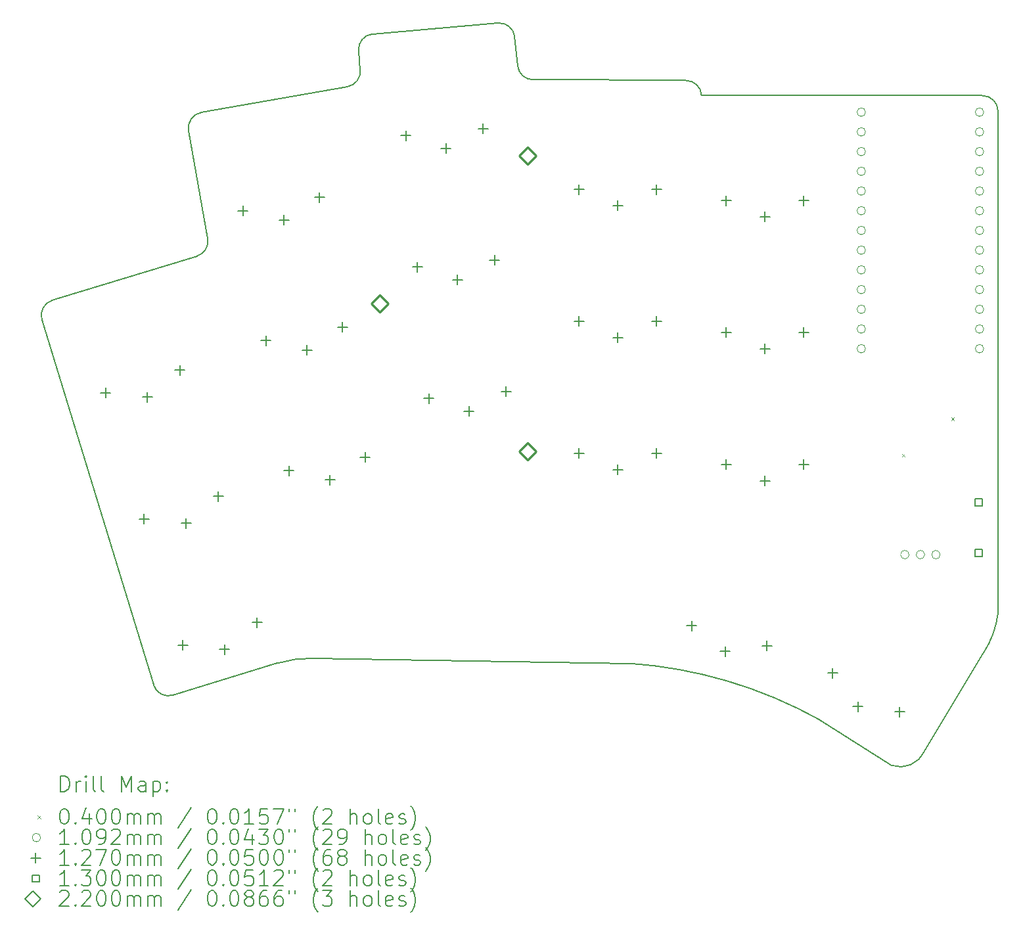
<source format=gbr>
%FSLAX45Y45*%
G04 Gerber Fmt 4.5, Leading zero omitted, Abs format (unit mm)*
G04 Created by KiCad (PCBNEW (6.0.4-0)) date 2022-04-27 15:29:06*
%MOMM*%
%LPD*%
G01*
G04 APERTURE LIST*
%TA.AperFunction,Profile*%
%ADD10C,0.150000*%
%TD*%
%ADD11C,0.200000*%
%ADD12C,0.040000*%
%ADD13C,0.109220*%
%ADD14C,0.127000*%
%ADD15C,0.130000*%
%ADD16C,0.220000*%
G04 APERTURE END LIST*
D10*
X10251727Y11883106D02*
G75*
G03*
X10450959Y11700537I199233J17424D01*
G01*
X8058800Y11611548D02*
G75*
G03*
X8223309Y11825945I-34731J196962D01*
G01*
X16255999Y4318001D02*
G75*
G03*
X16441109Y4826000I-1013319J656969D01*
G01*
X6012082Y11047576D02*
X6257677Y9654738D01*
X11692239Y4180264D02*
X7614896Y4246738D01*
X8383412Y12290698D02*
X9997248Y12431891D01*
X5559296Y3903629D02*
G75*
G03*
X5809038Y3770844I191264J58481D01*
G01*
X5809038Y3770844D02*
X7151887Y4181395D01*
X12620653Y11496648D02*
X14451046Y11496648D01*
X16241109Y11496648D02*
X14451046Y11496648D01*
X10450959Y11700537D02*
X12420716Y11691648D01*
X7614896Y4246737D02*
G75*
G03*
X7151887Y4181395I-24457J-1499797D01*
G01*
X4120834Y8608651D02*
X5559303Y3903631D01*
X10213921Y12250083D02*
G75*
G03*
X9997248Y12431891I-199241J-17433D01*
G01*
X6174314Y11279267D02*
G75*
G03*
X6012083Y11047576I34730J-196961D01*
G01*
X15494000Y3048000D02*
X16256000Y4318000D01*
X14144690Y3452157D02*
G75*
G03*
X11692239Y4180264I-2854290J-5119687D01*
G01*
X15069520Y2866125D02*
X14144690Y3452156D01*
X12620656Y11496648D02*
G75*
G03*
X12420716Y11691648I-199936J-4998D01*
G01*
X15069519Y2866121D02*
G75*
G03*
X15494000Y3048000I112141J324559D01*
G01*
X4253621Y8858386D02*
G75*
G03*
X4120834Y8608650I58475J-191261D01*
G01*
X10213918Y12250083D02*
X10251720Y11883106D01*
X6174314Y11279267D02*
X8058800Y11611553D01*
X6119189Y9428752D02*
G75*
G03*
X6257677Y9654738I-58469J191258D01*
G01*
X8383413Y12290696D02*
G75*
G03*
X8201605Y12074028I17427J-199236D01*
G01*
X4253621Y8858386D02*
X6119190Y9428748D01*
X8223309Y11825945D02*
X8201605Y12074028D01*
X16441108Y11296648D02*
G75*
G03*
X16241109Y11496648I-199998J2D01*
G01*
X16441109Y4826000D02*
X16441109Y11296648D01*
D11*
D12*
X15202220Y6880540D02*
X15242220Y6840540D01*
X15242220Y6880540D02*
X15202220Y6840540D01*
X15837220Y7350440D02*
X15877220Y7310440D01*
X15877220Y7350440D02*
X15837220Y7310440D01*
D13*
X14733719Y11282648D02*
G75*
G03*
X14733719Y11282648I-54610J0D01*
G01*
X14733719Y11028648D02*
G75*
G03*
X14733719Y11028648I-54610J0D01*
G01*
X14733719Y10774648D02*
G75*
G03*
X14733719Y10774648I-54610J0D01*
G01*
X14733719Y10520648D02*
G75*
G03*
X14733719Y10520648I-54610J0D01*
G01*
X14733719Y10266648D02*
G75*
G03*
X14733719Y10266648I-54610J0D01*
G01*
X14733719Y10012648D02*
G75*
G03*
X14733719Y10012648I-54610J0D01*
G01*
X14733719Y9758648D02*
G75*
G03*
X14733719Y9758648I-54610J0D01*
G01*
X14733719Y9504648D02*
G75*
G03*
X14733719Y9504648I-54610J0D01*
G01*
X14733719Y9250648D02*
G75*
G03*
X14733719Y9250648I-54610J0D01*
G01*
X14733719Y8996648D02*
G75*
G03*
X14733719Y8996648I-54610J0D01*
G01*
X14733719Y8742648D02*
G75*
G03*
X14733719Y8742648I-54610J0D01*
G01*
X14733719Y8488648D02*
G75*
G03*
X14733719Y8488648I-54610J0D01*
G01*
X14733719Y8234648D02*
G75*
G03*
X14733719Y8234648I-54610J0D01*
G01*
X15295719Y5581648D02*
G75*
G03*
X15295719Y5581648I-54610J0D01*
G01*
X15495719Y5581648D02*
G75*
G03*
X15495719Y5581648I-54610J0D01*
G01*
X15695719Y5581648D02*
G75*
G03*
X15695719Y5581648I-54610J0D01*
G01*
X16257719Y11282648D02*
G75*
G03*
X16257719Y11282648I-54610J0D01*
G01*
X16257719Y11028648D02*
G75*
G03*
X16257719Y11028648I-54610J0D01*
G01*
X16257719Y10774648D02*
G75*
G03*
X16257719Y10774648I-54610J0D01*
G01*
X16257719Y10520648D02*
G75*
G03*
X16257719Y10520648I-54610J0D01*
G01*
X16257719Y10266648D02*
G75*
G03*
X16257719Y10266648I-54610J0D01*
G01*
X16257719Y10012648D02*
G75*
G03*
X16257719Y10012648I-54610J0D01*
G01*
X16257719Y9758648D02*
G75*
G03*
X16257719Y9758648I-54610J0D01*
G01*
X16257719Y9504648D02*
G75*
G03*
X16257719Y9504648I-54610J0D01*
G01*
X16257719Y9250648D02*
G75*
G03*
X16257719Y9250648I-54610J0D01*
G01*
X16257719Y8996648D02*
G75*
G03*
X16257719Y8996648I-54610J0D01*
G01*
X16257719Y8742648D02*
G75*
G03*
X16257719Y8742648I-54610J0D01*
G01*
X16257719Y8488648D02*
G75*
G03*
X16257719Y8488648I-54610J0D01*
G01*
X16257719Y8234648D02*
G75*
G03*
X16257719Y8234648I-54610J0D01*
G01*
D14*
X4941853Y7731073D02*
X4941853Y7604073D01*
X4878353Y7667573D02*
X5005353Y7667573D01*
X5438885Y6105354D02*
X5438885Y5978354D01*
X5375385Y6041854D02*
X5502385Y6041854D01*
X5481404Y7676434D02*
X5481404Y7549434D01*
X5417904Y7612934D02*
X5544904Y7612934D01*
X5481404Y7676434D02*
X5481404Y7549434D01*
X5417904Y7612934D02*
X5544904Y7612934D01*
X5898158Y8023444D02*
X5898158Y7896444D01*
X5834658Y7959944D02*
X5961658Y7959944D01*
X5935917Y4479636D02*
X5935917Y4352636D01*
X5872417Y4416136D02*
X5999417Y4416136D01*
X5978435Y6050716D02*
X5978435Y5923716D01*
X5914935Y5987216D02*
X6041935Y5987216D01*
X5978435Y6050716D02*
X5978435Y5923716D01*
X5914935Y5987216D02*
X6041935Y5987216D01*
X6395190Y6397726D02*
X6395190Y6270726D01*
X6331690Y6334226D02*
X6458690Y6334226D01*
X6475467Y4424998D02*
X6475467Y4297998D01*
X6411967Y4361498D02*
X6538967Y4361498D01*
X6475467Y4424998D02*
X6475467Y4297998D01*
X6411967Y4361498D02*
X6538967Y4361498D01*
X6712293Y10076956D02*
X6712293Y9949956D01*
X6648793Y10013456D02*
X6775793Y10013456D01*
X6892222Y4772008D02*
X6892222Y4645008D01*
X6828722Y4708508D02*
X6955722Y4708508D01*
X7007495Y8402783D02*
X7007495Y8275782D01*
X6943995Y8339282D02*
X7070995Y8339282D01*
X7241163Y9956970D02*
X7241163Y9829970D01*
X7177663Y9893470D02*
X7304663Y9893470D01*
X7241163Y9956970D02*
X7241163Y9829970D01*
X7177663Y9893470D02*
X7304663Y9893470D01*
X7302697Y6728609D02*
X7302697Y6601609D01*
X7239197Y6665109D02*
X7366197Y6665109D01*
X7536365Y8282797D02*
X7536365Y8155797D01*
X7472865Y8219297D02*
X7599865Y8219297D01*
X7536365Y8282797D02*
X7536365Y8155797D01*
X7472865Y8219297D02*
X7599865Y8219297D01*
X7697101Y10250604D02*
X7697101Y10123604D01*
X7633601Y10187104D02*
X7760601Y10187104D01*
X7831567Y6608624D02*
X7831567Y6481624D01*
X7768067Y6545124D02*
X7895067Y6545124D01*
X7831567Y6608624D02*
X7831567Y6481624D01*
X7768067Y6545124D02*
X7895067Y6545124D01*
X7992303Y8576431D02*
X7992303Y8449431D01*
X7928803Y8512931D02*
X8055803Y8512931D01*
X8287505Y6902257D02*
X8287505Y6775257D01*
X8224005Y6838757D02*
X8351005Y6838757D01*
X8809021Y11046316D02*
X8809021Y10919316D01*
X8745521Y10982816D02*
X8872521Y10982816D01*
X8957186Y9352785D02*
X8957186Y9225785D01*
X8893686Y9289285D02*
X9020686Y9289285D01*
X9105351Y7659254D02*
X9105351Y7532254D01*
X9041851Y7595754D02*
X9168851Y7595754D01*
X9325422Y10880693D02*
X9325422Y10753693D01*
X9261922Y10817193D02*
X9388922Y10817193D01*
X9325422Y10880693D02*
X9325422Y10753693D01*
X9261922Y10817193D02*
X9388922Y10817193D01*
X9473586Y9187162D02*
X9473586Y9060162D01*
X9410086Y9123662D02*
X9537086Y9123662D01*
X9473586Y9187162D02*
X9473586Y9060162D01*
X9410086Y9123662D02*
X9537086Y9123662D01*
X9621751Y7493631D02*
X9621751Y7366631D01*
X9558251Y7430131D02*
X9685251Y7430131D01*
X9621751Y7493631D02*
X9621751Y7366631D01*
X9558251Y7430131D02*
X9685251Y7430131D01*
X9805216Y11133472D02*
X9805216Y11006472D01*
X9741716Y11069972D02*
X9868716Y11069972D01*
X9953381Y9439941D02*
X9953381Y9312941D01*
X9889881Y9376441D02*
X10016881Y9376441D01*
X10101546Y7746410D02*
X10101546Y7619410D01*
X10038046Y7682910D02*
X10165046Y7682910D01*
X11041109Y10352102D02*
X11041109Y10225102D01*
X10977609Y10288602D02*
X11104609Y10288602D01*
X11041109Y8652102D02*
X11041109Y8525102D01*
X10977609Y8588602D02*
X11104609Y8588602D01*
X11041109Y6952102D02*
X11041109Y6825102D01*
X10977609Y6888602D02*
X11104609Y6888602D01*
X11541109Y10142102D02*
X11541109Y10015102D01*
X11477609Y10078602D02*
X11604609Y10078602D01*
X11541109Y10142102D02*
X11541109Y10015102D01*
X11477609Y10078602D02*
X11604609Y10078602D01*
X11541109Y8442102D02*
X11541109Y8315102D01*
X11477609Y8378602D02*
X11604609Y8378602D01*
X11541109Y8442102D02*
X11541109Y8315102D01*
X11477609Y8378602D02*
X11604609Y8378602D01*
X11541109Y6742102D02*
X11541109Y6615102D01*
X11477609Y6678602D02*
X11604609Y6678602D01*
X11541109Y6742102D02*
X11541109Y6615102D01*
X11477609Y6678602D02*
X11604609Y6678602D01*
X12041109Y10352102D02*
X12041109Y10225102D01*
X11977609Y10288602D02*
X12104609Y10288602D01*
X12041109Y8652102D02*
X12041109Y8525102D01*
X11977609Y8588602D02*
X12104609Y8588602D01*
X12041109Y6952102D02*
X12041109Y6825102D01*
X11977609Y6888602D02*
X12104609Y6888602D01*
X12496074Y4729732D02*
X12496074Y4602732D01*
X12432574Y4666232D02*
X12559574Y4666232D01*
X12924685Y4397478D02*
X12924685Y4270478D01*
X12861185Y4333978D02*
X12988185Y4333978D01*
X12924685Y4397478D02*
X12924685Y4270478D01*
X12861185Y4333978D02*
X12988185Y4333978D01*
X12937776Y10208129D02*
X12937776Y10081129D01*
X12874276Y10144629D02*
X13001276Y10144629D01*
X12937776Y8508129D02*
X12937776Y8381129D01*
X12874276Y8444629D02*
X13001276Y8444629D01*
X12937776Y6808129D02*
X12937776Y6681129D01*
X12874276Y6744629D02*
X13001276Y6744629D01*
X13437776Y9998129D02*
X13437776Y9871129D01*
X13374276Y9934629D02*
X13501276Y9934629D01*
X13437776Y9998129D02*
X13437776Y9871129D01*
X13374276Y9934629D02*
X13501276Y9934629D01*
X13437776Y8298129D02*
X13437776Y8171129D01*
X13374276Y8234629D02*
X13501276Y8234629D01*
X13437776Y8298129D02*
X13437776Y8171129D01*
X13374276Y8234629D02*
X13501276Y8234629D01*
X13437776Y6598129D02*
X13437776Y6471129D01*
X13374276Y6534629D02*
X13501276Y6534629D01*
X13437776Y6598129D02*
X13437776Y6471129D01*
X13374276Y6534629D02*
X13501276Y6534629D01*
X13462000Y4470913D02*
X13462000Y4343913D01*
X13398500Y4407413D02*
X13525500Y4407413D01*
X13937776Y10208129D02*
X13937776Y10081129D01*
X13874276Y10144629D02*
X14001276Y10144629D01*
X13937776Y8508129D02*
X13937776Y8381129D01*
X13874276Y8444629D02*
X14001276Y8444629D01*
X13937776Y6808129D02*
X13937776Y6681129D01*
X13874276Y6744629D02*
X14001276Y6744629D01*
X14308135Y4120432D02*
X14308135Y3993432D01*
X14244635Y4056932D02*
X14371635Y4056932D01*
X14636148Y3688566D02*
X14636148Y3561566D01*
X14572648Y3625066D02*
X14699648Y3625066D01*
X14636148Y3688566D02*
X14636148Y3561566D01*
X14572648Y3625066D02*
X14699648Y3625066D01*
X15174161Y3620432D02*
X15174161Y3493432D01*
X15110661Y3556932D02*
X15237661Y3556932D01*
D15*
X16237071Y6210686D02*
X16237071Y6302611D01*
X16145146Y6302611D01*
X16145146Y6210686D01*
X16237071Y6210686D01*
X16237071Y5560686D02*
X16237071Y5652611D01*
X16145146Y5652611D01*
X16145146Y5560686D01*
X16237071Y5560686D01*
D16*
X8474722Y8704143D02*
X8584722Y8814143D01*
X8474722Y8924143D01*
X8364722Y8814143D01*
X8474722Y8704143D01*
X10379722Y10609143D02*
X10489722Y10719143D01*
X10379722Y10829143D01*
X10269722Y10719143D01*
X10379722Y10609143D01*
X10379722Y6799143D02*
X10489722Y6909143D01*
X10379722Y7019143D01*
X10269722Y6909143D01*
X10379722Y6799143D01*
D11*
X4362214Y2529318D02*
X4362214Y2729318D01*
X4409833Y2729318D01*
X4438405Y2719794D01*
X4457452Y2700746D01*
X4466976Y2681699D01*
X4476500Y2643604D01*
X4476500Y2615032D01*
X4466976Y2576937D01*
X4457452Y2557889D01*
X4438405Y2538842D01*
X4409833Y2529318D01*
X4362214Y2529318D01*
X4562214Y2529318D02*
X4562214Y2662651D01*
X4562214Y2624556D02*
X4571738Y2643604D01*
X4581262Y2653127D01*
X4600309Y2662651D01*
X4619357Y2662651D01*
X4686024Y2529318D02*
X4686024Y2662651D01*
X4686024Y2729318D02*
X4676500Y2719794D01*
X4686024Y2710270D01*
X4695547Y2719794D01*
X4686024Y2729318D01*
X4686024Y2710270D01*
X4809833Y2529318D02*
X4790785Y2538842D01*
X4781262Y2557889D01*
X4781262Y2729318D01*
X4914595Y2529318D02*
X4895547Y2538842D01*
X4886024Y2557889D01*
X4886024Y2729318D01*
X5143166Y2529318D02*
X5143166Y2729318D01*
X5209833Y2586461D01*
X5276500Y2729318D01*
X5276500Y2529318D01*
X5457452Y2529318D02*
X5457452Y2634080D01*
X5447928Y2653127D01*
X5428881Y2662651D01*
X5390785Y2662651D01*
X5371738Y2653127D01*
X5457452Y2538842D02*
X5438405Y2529318D01*
X5390785Y2529318D01*
X5371738Y2538842D01*
X5362214Y2557889D01*
X5362214Y2576937D01*
X5371738Y2595985D01*
X5390785Y2605508D01*
X5438405Y2605508D01*
X5457452Y2615032D01*
X5552690Y2662651D02*
X5552690Y2462651D01*
X5552690Y2653127D02*
X5571738Y2662651D01*
X5609833Y2662651D01*
X5628881Y2653127D01*
X5638404Y2643604D01*
X5647928Y2624556D01*
X5647928Y2567413D01*
X5638404Y2548366D01*
X5628881Y2538842D01*
X5609833Y2529318D01*
X5571738Y2529318D01*
X5552690Y2538842D01*
X5733643Y2548366D02*
X5743166Y2538842D01*
X5733643Y2529318D01*
X5724119Y2538842D01*
X5733643Y2548366D01*
X5733643Y2529318D01*
X5733643Y2653127D02*
X5743166Y2643604D01*
X5733643Y2634080D01*
X5724119Y2643604D01*
X5733643Y2653127D01*
X5733643Y2634080D01*
D12*
X4064595Y2219794D02*
X4104595Y2179794D01*
X4104595Y2219794D02*
X4064595Y2179794D01*
D11*
X4400309Y2309318D02*
X4419357Y2309318D01*
X4438405Y2299794D01*
X4447928Y2290270D01*
X4457452Y2271223D01*
X4466976Y2233127D01*
X4466976Y2185508D01*
X4457452Y2147413D01*
X4447928Y2128366D01*
X4438405Y2118842D01*
X4419357Y2109318D01*
X4400309Y2109318D01*
X4381262Y2118842D01*
X4371738Y2128366D01*
X4362214Y2147413D01*
X4352690Y2185508D01*
X4352690Y2233127D01*
X4362214Y2271223D01*
X4371738Y2290270D01*
X4381262Y2299794D01*
X4400309Y2309318D01*
X4552690Y2128366D02*
X4562214Y2118842D01*
X4552690Y2109318D01*
X4543166Y2118842D01*
X4552690Y2128366D01*
X4552690Y2109318D01*
X4733643Y2242651D02*
X4733643Y2109318D01*
X4686024Y2318842D02*
X4638405Y2175985D01*
X4762214Y2175985D01*
X4876500Y2309318D02*
X4895547Y2309318D01*
X4914595Y2299794D01*
X4924119Y2290270D01*
X4933643Y2271223D01*
X4943166Y2233127D01*
X4943166Y2185508D01*
X4933643Y2147413D01*
X4924119Y2128366D01*
X4914595Y2118842D01*
X4895547Y2109318D01*
X4876500Y2109318D01*
X4857452Y2118842D01*
X4847928Y2128366D01*
X4838405Y2147413D01*
X4828881Y2185508D01*
X4828881Y2233127D01*
X4838405Y2271223D01*
X4847928Y2290270D01*
X4857452Y2299794D01*
X4876500Y2309318D01*
X5066976Y2309318D02*
X5086024Y2309318D01*
X5105071Y2299794D01*
X5114595Y2290270D01*
X5124119Y2271223D01*
X5133643Y2233127D01*
X5133643Y2185508D01*
X5124119Y2147413D01*
X5114595Y2128366D01*
X5105071Y2118842D01*
X5086024Y2109318D01*
X5066976Y2109318D01*
X5047928Y2118842D01*
X5038405Y2128366D01*
X5028881Y2147413D01*
X5019357Y2185508D01*
X5019357Y2233127D01*
X5028881Y2271223D01*
X5038405Y2290270D01*
X5047928Y2299794D01*
X5066976Y2309318D01*
X5219357Y2109318D02*
X5219357Y2242651D01*
X5219357Y2223604D02*
X5228881Y2233127D01*
X5247928Y2242651D01*
X5276500Y2242651D01*
X5295547Y2233127D01*
X5305071Y2214080D01*
X5305071Y2109318D01*
X5305071Y2214080D02*
X5314595Y2233127D01*
X5333643Y2242651D01*
X5362214Y2242651D01*
X5381262Y2233127D01*
X5390785Y2214080D01*
X5390785Y2109318D01*
X5486024Y2109318D02*
X5486024Y2242651D01*
X5486024Y2223604D02*
X5495547Y2233127D01*
X5514595Y2242651D01*
X5543166Y2242651D01*
X5562214Y2233127D01*
X5571738Y2214080D01*
X5571738Y2109318D01*
X5571738Y2214080D02*
X5581262Y2233127D01*
X5600309Y2242651D01*
X5628881Y2242651D01*
X5647928Y2233127D01*
X5657452Y2214080D01*
X5657452Y2109318D01*
X6047928Y2318842D02*
X5876500Y2061699D01*
X6305071Y2309318D02*
X6324119Y2309318D01*
X6343166Y2299794D01*
X6352690Y2290270D01*
X6362214Y2271223D01*
X6371738Y2233127D01*
X6371738Y2185508D01*
X6362214Y2147413D01*
X6352690Y2128366D01*
X6343166Y2118842D01*
X6324119Y2109318D01*
X6305071Y2109318D01*
X6286023Y2118842D01*
X6276500Y2128366D01*
X6266976Y2147413D01*
X6257452Y2185508D01*
X6257452Y2233127D01*
X6266976Y2271223D01*
X6276500Y2290270D01*
X6286023Y2299794D01*
X6305071Y2309318D01*
X6457452Y2128366D02*
X6466976Y2118842D01*
X6457452Y2109318D01*
X6447928Y2118842D01*
X6457452Y2128366D01*
X6457452Y2109318D01*
X6590785Y2309318D02*
X6609833Y2309318D01*
X6628881Y2299794D01*
X6638404Y2290270D01*
X6647928Y2271223D01*
X6657452Y2233127D01*
X6657452Y2185508D01*
X6647928Y2147413D01*
X6638404Y2128366D01*
X6628881Y2118842D01*
X6609833Y2109318D01*
X6590785Y2109318D01*
X6571738Y2118842D01*
X6562214Y2128366D01*
X6552690Y2147413D01*
X6543166Y2185508D01*
X6543166Y2233127D01*
X6552690Y2271223D01*
X6562214Y2290270D01*
X6571738Y2299794D01*
X6590785Y2309318D01*
X6847928Y2109318D02*
X6733643Y2109318D01*
X6790785Y2109318D02*
X6790785Y2309318D01*
X6771738Y2280746D01*
X6752690Y2261699D01*
X6733643Y2252175D01*
X7028881Y2309318D02*
X6933643Y2309318D01*
X6924119Y2214080D01*
X6933643Y2223604D01*
X6952690Y2233127D01*
X7000309Y2233127D01*
X7019357Y2223604D01*
X7028881Y2214080D01*
X7038404Y2195032D01*
X7038404Y2147413D01*
X7028881Y2128366D01*
X7019357Y2118842D01*
X7000309Y2109318D01*
X6952690Y2109318D01*
X6933643Y2118842D01*
X6924119Y2128366D01*
X7105071Y2309318D02*
X7238404Y2309318D01*
X7152690Y2109318D01*
X7305071Y2309318D02*
X7305071Y2271223D01*
X7381262Y2309318D02*
X7381262Y2271223D01*
X7676500Y2033127D02*
X7666976Y2042651D01*
X7647928Y2071223D01*
X7638404Y2090270D01*
X7628881Y2118842D01*
X7619357Y2166461D01*
X7619357Y2204556D01*
X7628881Y2252175D01*
X7638404Y2280746D01*
X7647928Y2299794D01*
X7666976Y2328366D01*
X7676500Y2337889D01*
X7743166Y2290270D02*
X7752690Y2299794D01*
X7771738Y2309318D01*
X7819357Y2309318D01*
X7838404Y2299794D01*
X7847928Y2290270D01*
X7857452Y2271223D01*
X7857452Y2252175D01*
X7847928Y2223604D01*
X7733643Y2109318D01*
X7857452Y2109318D01*
X8095547Y2109318D02*
X8095547Y2309318D01*
X8181262Y2109318D02*
X8181262Y2214080D01*
X8171738Y2233127D01*
X8152690Y2242651D01*
X8124119Y2242651D01*
X8105071Y2233127D01*
X8095547Y2223604D01*
X8305071Y2109318D02*
X8286023Y2118842D01*
X8276500Y2128366D01*
X8266976Y2147413D01*
X8266976Y2204556D01*
X8276500Y2223604D01*
X8286023Y2233127D01*
X8305071Y2242651D01*
X8333643Y2242651D01*
X8352690Y2233127D01*
X8362214Y2223604D01*
X8371738Y2204556D01*
X8371738Y2147413D01*
X8362214Y2128366D01*
X8352690Y2118842D01*
X8333643Y2109318D01*
X8305071Y2109318D01*
X8486024Y2109318D02*
X8466976Y2118842D01*
X8457452Y2137889D01*
X8457452Y2309318D01*
X8638405Y2118842D02*
X8619357Y2109318D01*
X8581262Y2109318D01*
X8562214Y2118842D01*
X8552690Y2137889D01*
X8552690Y2214080D01*
X8562214Y2233127D01*
X8581262Y2242651D01*
X8619357Y2242651D01*
X8638405Y2233127D01*
X8647928Y2214080D01*
X8647928Y2195032D01*
X8552690Y2175985D01*
X8724119Y2118842D02*
X8743166Y2109318D01*
X8781262Y2109318D01*
X8800309Y2118842D01*
X8809833Y2137889D01*
X8809833Y2147413D01*
X8800309Y2166461D01*
X8781262Y2175985D01*
X8752690Y2175985D01*
X8733643Y2185508D01*
X8724119Y2204556D01*
X8724119Y2214080D01*
X8733643Y2233127D01*
X8752690Y2242651D01*
X8781262Y2242651D01*
X8800309Y2233127D01*
X8876500Y2033127D02*
X8886024Y2042651D01*
X8905071Y2071223D01*
X8914595Y2090270D01*
X8924119Y2118842D01*
X8933643Y2166461D01*
X8933643Y2204556D01*
X8924119Y2252175D01*
X8914595Y2280746D01*
X8905071Y2299794D01*
X8886024Y2328366D01*
X8876500Y2337889D01*
D13*
X4104595Y1935794D02*
G75*
G03*
X4104595Y1935794I-54610J0D01*
G01*
D11*
X4466976Y1845318D02*
X4352690Y1845318D01*
X4409833Y1845318D02*
X4409833Y2045318D01*
X4390785Y2016746D01*
X4371738Y1997699D01*
X4352690Y1988175D01*
X4552690Y1864365D02*
X4562214Y1854842D01*
X4552690Y1845318D01*
X4543166Y1854842D01*
X4552690Y1864365D01*
X4552690Y1845318D01*
X4686024Y2045318D02*
X4705071Y2045318D01*
X4724119Y2035794D01*
X4733643Y2026270D01*
X4743166Y2007223D01*
X4752690Y1969127D01*
X4752690Y1921508D01*
X4743166Y1883413D01*
X4733643Y1864365D01*
X4724119Y1854842D01*
X4705071Y1845318D01*
X4686024Y1845318D01*
X4666976Y1854842D01*
X4657452Y1864365D01*
X4647928Y1883413D01*
X4638405Y1921508D01*
X4638405Y1969127D01*
X4647928Y2007223D01*
X4657452Y2026270D01*
X4666976Y2035794D01*
X4686024Y2045318D01*
X4847928Y1845318D02*
X4886024Y1845318D01*
X4905071Y1854842D01*
X4914595Y1864365D01*
X4933643Y1892937D01*
X4943166Y1931032D01*
X4943166Y2007223D01*
X4933643Y2026270D01*
X4924119Y2035794D01*
X4905071Y2045318D01*
X4866976Y2045318D01*
X4847928Y2035794D01*
X4838405Y2026270D01*
X4828881Y2007223D01*
X4828881Y1959604D01*
X4838405Y1940556D01*
X4847928Y1931032D01*
X4866976Y1921508D01*
X4905071Y1921508D01*
X4924119Y1931032D01*
X4933643Y1940556D01*
X4943166Y1959604D01*
X5019357Y2026270D02*
X5028881Y2035794D01*
X5047928Y2045318D01*
X5095547Y2045318D01*
X5114595Y2035794D01*
X5124119Y2026270D01*
X5133643Y2007223D01*
X5133643Y1988175D01*
X5124119Y1959604D01*
X5009833Y1845318D01*
X5133643Y1845318D01*
X5219357Y1845318D02*
X5219357Y1978651D01*
X5219357Y1959604D02*
X5228881Y1969127D01*
X5247928Y1978651D01*
X5276500Y1978651D01*
X5295547Y1969127D01*
X5305071Y1950080D01*
X5305071Y1845318D01*
X5305071Y1950080D02*
X5314595Y1969127D01*
X5333643Y1978651D01*
X5362214Y1978651D01*
X5381262Y1969127D01*
X5390785Y1950080D01*
X5390785Y1845318D01*
X5486024Y1845318D02*
X5486024Y1978651D01*
X5486024Y1959604D02*
X5495547Y1969127D01*
X5514595Y1978651D01*
X5543166Y1978651D01*
X5562214Y1969127D01*
X5571738Y1950080D01*
X5571738Y1845318D01*
X5571738Y1950080D02*
X5581262Y1969127D01*
X5600309Y1978651D01*
X5628881Y1978651D01*
X5647928Y1969127D01*
X5657452Y1950080D01*
X5657452Y1845318D01*
X6047928Y2054842D02*
X5876500Y1797699D01*
X6305071Y2045318D02*
X6324119Y2045318D01*
X6343166Y2035794D01*
X6352690Y2026270D01*
X6362214Y2007223D01*
X6371738Y1969127D01*
X6371738Y1921508D01*
X6362214Y1883413D01*
X6352690Y1864365D01*
X6343166Y1854842D01*
X6324119Y1845318D01*
X6305071Y1845318D01*
X6286023Y1854842D01*
X6276500Y1864365D01*
X6266976Y1883413D01*
X6257452Y1921508D01*
X6257452Y1969127D01*
X6266976Y2007223D01*
X6276500Y2026270D01*
X6286023Y2035794D01*
X6305071Y2045318D01*
X6457452Y1864365D02*
X6466976Y1854842D01*
X6457452Y1845318D01*
X6447928Y1854842D01*
X6457452Y1864365D01*
X6457452Y1845318D01*
X6590785Y2045318D02*
X6609833Y2045318D01*
X6628881Y2035794D01*
X6638404Y2026270D01*
X6647928Y2007223D01*
X6657452Y1969127D01*
X6657452Y1921508D01*
X6647928Y1883413D01*
X6638404Y1864365D01*
X6628881Y1854842D01*
X6609833Y1845318D01*
X6590785Y1845318D01*
X6571738Y1854842D01*
X6562214Y1864365D01*
X6552690Y1883413D01*
X6543166Y1921508D01*
X6543166Y1969127D01*
X6552690Y2007223D01*
X6562214Y2026270D01*
X6571738Y2035794D01*
X6590785Y2045318D01*
X6828881Y1978651D02*
X6828881Y1845318D01*
X6781262Y2054842D02*
X6733643Y1911984D01*
X6857452Y1911984D01*
X6914595Y2045318D02*
X7038404Y2045318D01*
X6971738Y1969127D01*
X7000309Y1969127D01*
X7019357Y1959604D01*
X7028881Y1950080D01*
X7038404Y1931032D01*
X7038404Y1883413D01*
X7028881Y1864365D01*
X7019357Y1854842D01*
X7000309Y1845318D01*
X6943166Y1845318D01*
X6924119Y1854842D01*
X6914595Y1864365D01*
X7162214Y2045318D02*
X7181262Y2045318D01*
X7200309Y2035794D01*
X7209833Y2026270D01*
X7219357Y2007223D01*
X7228881Y1969127D01*
X7228881Y1921508D01*
X7219357Y1883413D01*
X7209833Y1864365D01*
X7200309Y1854842D01*
X7181262Y1845318D01*
X7162214Y1845318D01*
X7143166Y1854842D01*
X7133643Y1864365D01*
X7124119Y1883413D01*
X7114595Y1921508D01*
X7114595Y1969127D01*
X7124119Y2007223D01*
X7133643Y2026270D01*
X7143166Y2035794D01*
X7162214Y2045318D01*
X7305071Y2045318D02*
X7305071Y2007223D01*
X7381262Y2045318D02*
X7381262Y2007223D01*
X7676500Y1769127D02*
X7666976Y1778651D01*
X7647928Y1807223D01*
X7638404Y1826270D01*
X7628881Y1854842D01*
X7619357Y1902461D01*
X7619357Y1940556D01*
X7628881Y1988175D01*
X7638404Y2016746D01*
X7647928Y2035794D01*
X7666976Y2064365D01*
X7676500Y2073889D01*
X7743166Y2026270D02*
X7752690Y2035794D01*
X7771738Y2045318D01*
X7819357Y2045318D01*
X7838404Y2035794D01*
X7847928Y2026270D01*
X7857452Y2007223D01*
X7857452Y1988175D01*
X7847928Y1959604D01*
X7733643Y1845318D01*
X7857452Y1845318D01*
X7952690Y1845318D02*
X7990785Y1845318D01*
X8009833Y1854842D01*
X8019357Y1864365D01*
X8038404Y1892937D01*
X8047928Y1931032D01*
X8047928Y2007223D01*
X8038404Y2026270D01*
X8028881Y2035794D01*
X8009833Y2045318D01*
X7971738Y2045318D01*
X7952690Y2035794D01*
X7943166Y2026270D01*
X7933643Y2007223D01*
X7933643Y1959604D01*
X7943166Y1940556D01*
X7952690Y1931032D01*
X7971738Y1921508D01*
X8009833Y1921508D01*
X8028881Y1931032D01*
X8038404Y1940556D01*
X8047928Y1959604D01*
X8286023Y1845318D02*
X8286023Y2045318D01*
X8371738Y1845318D02*
X8371738Y1950080D01*
X8362214Y1969127D01*
X8343166Y1978651D01*
X8314595Y1978651D01*
X8295547Y1969127D01*
X8286023Y1959604D01*
X8495547Y1845318D02*
X8476500Y1854842D01*
X8466976Y1864365D01*
X8457452Y1883413D01*
X8457452Y1940556D01*
X8466976Y1959604D01*
X8476500Y1969127D01*
X8495547Y1978651D01*
X8524119Y1978651D01*
X8543166Y1969127D01*
X8552690Y1959604D01*
X8562214Y1940556D01*
X8562214Y1883413D01*
X8552690Y1864365D01*
X8543166Y1854842D01*
X8524119Y1845318D01*
X8495547Y1845318D01*
X8676500Y1845318D02*
X8657452Y1854842D01*
X8647928Y1873889D01*
X8647928Y2045318D01*
X8828881Y1854842D02*
X8809833Y1845318D01*
X8771738Y1845318D01*
X8752690Y1854842D01*
X8743166Y1873889D01*
X8743166Y1950080D01*
X8752690Y1969127D01*
X8771738Y1978651D01*
X8809833Y1978651D01*
X8828881Y1969127D01*
X8838405Y1950080D01*
X8838405Y1931032D01*
X8743166Y1911984D01*
X8914595Y1854842D02*
X8933643Y1845318D01*
X8971738Y1845318D01*
X8990785Y1854842D01*
X9000309Y1873889D01*
X9000309Y1883413D01*
X8990785Y1902461D01*
X8971738Y1911984D01*
X8943166Y1911984D01*
X8924119Y1921508D01*
X8914595Y1940556D01*
X8914595Y1950080D01*
X8924119Y1969127D01*
X8943166Y1978651D01*
X8971738Y1978651D01*
X8990785Y1969127D01*
X9066976Y1769127D02*
X9076500Y1778651D01*
X9095547Y1807223D01*
X9105071Y1826270D01*
X9114595Y1854842D01*
X9124119Y1902461D01*
X9124119Y1940556D01*
X9114595Y1988175D01*
X9105071Y2016746D01*
X9095547Y2035794D01*
X9076500Y2064365D01*
X9066976Y2073889D01*
D14*
X4041095Y1735294D02*
X4041095Y1608294D01*
X3977595Y1671794D02*
X4104595Y1671794D01*
D11*
X4466976Y1581318D02*
X4352690Y1581318D01*
X4409833Y1581318D02*
X4409833Y1781318D01*
X4390785Y1752746D01*
X4371738Y1733699D01*
X4352690Y1724175D01*
X4552690Y1600365D02*
X4562214Y1590842D01*
X4552690Y1581318D01*
X4543166Y1590842D01*
X4552690Y1600365D01*
X4552690Y1581318D01*
X4638405Y1762270D02*
X4647928Y1771794D01*
X4666976Y1781318D01*
X4714595Y1781318D01*
X4733643Y1771794D01*
X4743166Y1762270D01*
X4752690Y1743223D01*
X4752690Y1724175D01*
X4743166Y1695604D01*
X4628881Y1581318D01*
X4752690Y1581318D01*
X4819357Y1781318D02*
X4952690Y1781318D01*
X4866976Y1581318D01*
X5066976Y1781318D02*
X5086024Y1781318D01*
X5105071Y1771794D01*
X5114595Y1762270D01*
X5124119Y1743223D01*
X5133643Y1705127D01*
X5133643Y1657508D01*
X5124119Y1619413D01*
X5114595Y1600365D01*
X5105071Y1590842D01*
X5086024Y1581318D01*
X5066976Y1581318D01*
X5047928Y1590842D01*
X5038405Y1600365D01*
X5028881Y1619413D01*
X5019357Y1657508D01*
X5019357Y1705127D01*
X5028881Y1743223D01*
X5038405Y1762270D01*
X5047928Y1771794D01*
X5066976Y1781318D01*
X5219357Y1581318D02*
X5219357Y1714651D01*
X5219357Y1695604D02*
X5228881Y1705127D01*
X5247928Y1714651D01*
X5276500Y1714651D01*
X5295547Y1705127D01*
X5305071Y1686080D01*
X5305071Y1581318D01*
X5305071Y1686080D02*
X5314595Y1705127D01*
X5333643Y1714651D01*
X5362214Y1714651D01*
X5381262Y1705127D01*
X5390785Y1686080D01*
X5390785Y1581318D01*
X5486024Y1581318D02*
X5486024Y1714651D01*
X5486024Y1695604D02*
X5495547Y1705127D01*
X5514595Y1714651D01*
X5543166Y1714651D01*
X5562214Y1705127D01*
X5571738Y1686080D01*
X5571738Y1581318D01*
X5571738Y1686080D02*
X5581262Y1705127D01*
X5600309Y1714651D01*
X5628881Y1714651D01*
X5647928Y1705127D01*
X5657452Y1686080D01*
X5657452Y1581318D01*
X6047928Y1790842D02*
X5876500Y1533699D01*
X6305071Y1781318D02*
X6324119Y1781318D01*
X6343166Y1771794D01*
X6352690Y1762270D01*
X6362214Y1743223D01*
X6371738Y1705127D01*
X6371738Y1657508D01*
X6362214Y1619413D01*
X6352690Y1600365D01*
X6343166Y1590842D01*
X6324119Y1581318D01*
X6305071Y1581318D01*
X6286023Y1590842D01*
X6276500Y1600365D01*
X6266976Y1619413D01*
X6257452Y1657508D01*
X6257452Y1705127D01*
X6266976Y1743223D01*
X6276500Y1762270D01*
X6286023Y1771794D01*
X6305071Y1781318D01*
X6457452Y1600365D02*
X6466976Y1590842D01*
X6457452Y1581318D01*
X6447928Y1590842D01*
X6457452Y1600365D01*
X6457452Y1581318D01*
X6590785Y1781318D02*
X6609833Y1781318D01*
X6628881Y1771794D01*
X6638404Y1762270D01*
X6647928Y1743223D01*
X6657452Y1705127D01*
X6657452Y1657508D01*
X6647928Y1619413D01*
X6638404Y1600365D01*
X6628881Y1590842D01*
X6609833Y1581318D01*
X6590785Y1581318D01*
X6571738Y1590842D01*
X6562214Y1600365D01*
X6552690Y1619413D01*
X6543166Y1657508D01*
X6543166Y1705127D01*
X6552690Y1743223D01*
X6562214Y1762270D01*
X6571738Y1771794D01*
X6590785Y1781318D01*
X6838404Y1781318D02*
X6743166Y1781318D01*
X6733643Y1686080D01*
X6743166Y1695604D01*
X6762214Y1705127D01*
X6809833Y1705127D01*
X6828881Y1695604D01*
X6838404Y1686080D01*
X6847928Y1667032D01*
X6847928Y1619413D01*
X6838404Y1600365D01*
X6828881Y1590842D01*
X6809833Y1581318D01*
X6762214Y1581318D01*
X6743166Y1590842D01*
X6733643Y1600365D01*
X6971738Y1781318D02*
X6990785Y1781318D01*
X7009833Y1771794D01*
X7019357Y1762270D01*
X7028881Y1743223D01*
X7038404Y1705127D01*
X7038404Y1657508D01*
X7028881Y1619413D01*
X7019357Y1600365D01*
X7009833Y1590842D01*
X6990785Y1581318D01*
X6971738Y1581318D01*
X6952690Y1590842D01*
X6943166Y1600365D01*
X6933643Y1619413D01*
X6924119Y1657508D01*
X6924119Y1705127D01*
X6933643Y1743223D01*
X6943166Y1762270D01*
X6952690Y1771794D01*
X6971738Y1781318D01*
X7162214Y1781318D02*
X7181262Y1781318D01*
X7200309Y1771794D01*
X7209833Y1762270D01*
X7219357Y1743223D01*
X7228881Y1705127D01*
X7228881Y1657508D01*
X7219357Y1619413D01*
X7209833Y1600365D01*
X7200309Y1590842D01*
X7181262Y1581318D01*
X7162214Y1581318D01*
X7143166Y1590842D01*
X7133643Y1600365D01*
X7124119Y1619413D01*
X7114595Y1657508D01*
X7114595Y1705127D01*
X7124119Y1743223D01*
X7133643Y1762270D01*
X7143166Y1771794D01*
X7162214Y1781318D01*
X7305071Y1781318D02*
X7305071Y1743223D01*
X7381262Y1781318D02*
X7381262Y1743223D01*
X7676500Y1505127D02*
X7666976Y1514651D01*
X7647928Y1543223D01*
X7638404Y1562270D01*
X7628881Y1590842D01*
X7619357Y1638461D01*
X7619357Y1676556D01*
X7628881Y1724175D01*
X7638404Y1752746D01*
X7647928Y1771794D01*
X7666976Y1800365D01*
X7676500Y1809889D01*
X7838404Y1781318D02*
X7800309Y1781318D01*
X7781262Y1771794D01*
X7771738Y1762270D01*
X7752690Y1733699D01*
X7743166Y1695604D01*
X7743166Y1619413D01*
X7752690Y1600365D01*
X7762214Y1590842D01*
X7781262Y1581318D01*
X7819357Y1581318D01*
X7838404Y1590842D01*
X7847928Y1600365D01*
X7857452Y1619413D01*
X7857452Y1667032D01*
X7847928Y1686080D01*
X7838404Y1695604D01*
X7819357Y1705127D01*
X7781262Y1705127D01*
X7762214Y1695604D01*
X7752690Y1686080D01*
X7743166Y1667032D01*
X7971738Y1695604D02*
X7952690Y1705127D01*
X7943166Y1714651D01*
X7933643Y1733699D01*
X7933643Y1743223D01*
X7943166Y1762270D01*
X7952690Y1771794D01*
X7971738Y1781318D01*
X8009833Y1781318D01*
X8028881Y1771794D01*
X8038404Y1762270D01*
X8047928Y1743223D01*
X8047928Y1733699D01*
X8038404Y1714651D01*
X8028881Y1705127D01*
X8009833Y1695604D01*
X7971738Y1695604D01*
X7952690Y1686080D01*
X7943166Y1676556D01*
X7933643Y1657508D01*
X7933643Y1619413D01*
X7943166Y1600365D01*
X7952690Y1590842D01*
X7971738Y1581318D01*
X8009833Y1581318D01*
X8028881Y1590842D01*
X8038404Y1600365D01*
X8047928Y1619413D01*
X8047928Y1657508D01*
X8038404Y1676556D01*
X8028881Y1686080D01*
X8009833Y1695604D01*
X8286023Y1581318D02*
X8286023Y1781318D01*
X8371738Y1581318D02*
X8371738Y1686080D01*
X8362214Y1705127D01*
X8343166Y1714651D01*
X8314595Y1714651D01*
X8295547Y1705127D01*
X8286023Y1695604D01*
X8495547Y1581318D02*
X8476500Y1590842D01*
X8466976Y1600365D01*
X8457452Y1619413D01*
X8457452Y1676556D01*
X8466976Y1695604D01*
X8476500Y1705127D01*
X8495547Y1714651D01*
X8524119Y1714651D01*
X8543166Y1705127D01*
X8552690Y1695604D01*
X8562214Y1676556D01*
X8562214Y1619413D01*
X8552690Y1600365D01*
X8543166Y1590842D01*
X8524119Y1581318D01*
X8495547Y1581318D01*
X8676500Y1581318D02*
X8657452Y1590842D01*
X8647928Y1609889D01*
X8647928Y1781318D01*
X8828881Y1590842D02*
X8809833Y1581318D01*
X8771738Y1581318D01*
X8752690Y1590842D01*
X8743166Y1609889D01*
X8743166Y1686080D01*
X8752690Y1705127D01*
X8771738Y1714651D01*
X8809833Y1714651D01*
X8828881Y1705127D01*
X8838405Y1686080D01*
X8838405Y1667032D01*
X8743166Y1647984D01*
X8914595Y1590842D02*
X8933643Y1581318D01*
X8971738Y1581318D01*
X8990785Y1590842D01*
X9000309Y1609889D01*
X9000309Y1619413D01*
X8990785Y1638461D01*
X8971738Y1647984D01*
X8943166Y1647984D01*
X8924119Y1657508D01*
X8914595Y1676556D01*
X8914595Y1686080D01*
X8924119Y1705127D01*
X8943166Y1714651D01*
X8971738Y1714651D01*
X8990785Y1705127D01*
X9066976Y1505127D02*
X9076500Y1514651D01*
X9095547Y1543223D01*
X9105071Y1562270D01*
X9114595Y1590842D01*
X9124119Y1638461D01*
X9124119Y1676556D01*
X9114595Y1724175D01*
X9105071Y1752746D01*
X9095547Y1771794D01*
X9076500Y1800365D01*
X9066976Y1809889D01*
D15*
X4085557Y1361832D02*
X4085557Y1453756D01*
X3993633Y1453756D01*
X3993633Y1361832D01*
X4085557Y1361832D01*
D11*
X4466976Y1317318D02*
X4352690Y1317318D01*
X4409833Y1317318D02*
X4409833Y1517318D01*
X4390785Y1488746D01*
X4371738Y1469699D01*
X4352690Y1460175D01*
X4552690Y1336366D02*
X4562214Y1326842D01*
X4552690Y1317318D01*
X4543166Y1326842D01*
X4552690Y1336366D01*
X4552690Y1317318D01*
X4628881Y1517318D02*
X4752690Y1517318D01*
X4686024Y1441127D01*
X4714595Y1441127D01*
X4733643Y1431604D01*
X4743166Y1422080D01*
X4752690Y1403032D01*
X4752690Y1355413D01*
X4743166Y1336366D01*
X4733643Y1326842D01*
X4714595Y1317318D01*
X4657452Y1317318D01*
X4638405Y1326842D01*
X4628881Y1336366D01*
X4876500Y1517318D02*
X4895547Y1517318D01*
X4914595Y1507794D01*
X4924119Y1498270D01*
X4933643Y1479223D01*
X4943166Y1441127D01*
X4943166Y1393508D01*
X4933643Y1355413D01*
X4924119Y1336366D01*
X4914595Y1326842D01*
X4895547Y1317318D01*
X4876500Y1317318D01*
X4857452Y1326842D01*
X4847928Y1336366D01*
X4838405Y1355413D01*
X4828881Y1393508D01*
X4828881Y1441127D01*
X4838405Y1479223D01*
X4847928Y1498270D01*
X4857452Y1507794D01*
X4876500Y1517318D01*
X5066976Y1517318D02*
X5086024Y1517318D01*
X5105071Y1507794D01*
X5114595Y1498270D01*
X5124119Y1479223D01*
X5133643Y1441127D01*
X5133643Y1393508D01*
X5124119Y1355413D01*
X5114595Y1336366D01*
X5105071Y1326842D01*
X5086024Y1317318D01*
X5066976Y1317318D01*
X5047928Y1326842D01*
X5038405Y1336366D01*
X5028881Y1355413D01*
X5019357Y1393508D01*
X5019357Y1441127D01*
X5028881Y1479223D01*
X5038405Y1498270D01*
X5047928Y1507794D01*
X5066976Y1517318D01*
X5219357Y1317318D02*
X5219357Y1450651D01*
X5219357Y1431604D02*
X5228881Y1441127D01*
X5247928Y1450651D01*
X5276500Y1450651D01*
X5295547Y1441127D01*
X5305071Y1422080D01*
X5305071Y1317318D01*
X5305071Y1422080D02*
X5314595Y1441127D01*
X5333643Y1450651D01*
X5362214Y1450651D01*
X5381262Y1441127D01*
X5390785Y1422080D01*
X5390785Y1317318D01*
X5486024Y1317318D02*
X5486024Y1450651D01*
X5486024Y1431604D02*
X5495547Y1441127D01*
X5514595Y1450651D01*
X5543166Y1450651D01*
X5562214Y1441127D01*
X5571738Y1422080D01*
X5571738Y1317318D01*
X5571738Y1422080D02*
X5581262Y1441127D01*
X5600309Y1450651D01*
X5628881Y1450651D01*
X5647928Y1441127D01*
X5657452Y1422080D01*
X5657452Y1317318D01*
X6047928Y1526842D02*
X5876500Y1269699D01*
X6305071Y1517318D02*
X6324119Y1517318D01*
X6343166Y1507794D01*
X6352690Y1498270D01*
X6362214Y1479223D01*
X6371738Y1441127D01*
X6371738Y1393508D01*
X6362214Y1355413D01*
X6352690Y1336366D01*
X6343166Y1326842D01*
X6324119Y1317318D01*
X6305071Y1317318D01*
X6286023Y1326842D01*
X6276500Y1336366D01*
X6266976Y1355413D01*
X6257452Y1393508D01*
X6257452Y1441127D01*
X6266976Y1479223D01*
X6276500Y1498270D01*
X6286023Y1507794D01*
X6305071Y1517318D01*
X6457452Y1336366D02*
X6466976Y1326842D01*
X6457452Y1317318D01*
X6447928Y1326842D01*
X6457452Y1336366D01*
X6457452Y1317318D01*
X6590785Y1517318D02*
X6609833Y1517318D01*
X6628881Y1507794D01*
X6638404Y1498270D01*
X6647928Y1479223D01*
X6657452Y1441127D01*
X6657452Y1393508D01*
X6647928Y1355413D01*
X6638404Y1336366D01*
X6628881Y1326842D01*
X6609833Y1317318D01*
X6590785Y1317318D01*
X6571738Y1326842D01*
X6562214Y1336366D01*
X6552690Y1355413D01*
X6543166Y1393508D01*
X6543166Y1441127D01*
X6552690Y1479223D01*
X6562214Y1498270D01*
X6571738Y1507794D01*
X6590785Y1517318D01*
X6838404Y1517318D02*
X6743166Y1517318D01*
X6733643Y1422080D01*
X6743166Y1431604D01*
X6762214Y1441127D01*
X6809833Y1441127D01*
X6828881Y1431604D01*
X6838404Y1422080D01*
X6847928Y1403032D01*
X6847928Y1355413D01*
X6838404Y1336366D01*
X6828881Y1326842D01*
X6809833Y1317318D01*
X6762214Y1317318D01*
X6743166Y1326842D01*
X6733643Y1336366D01*
X7038404Y1317318D02*
X6924119Y1317318D01*
X6981262Y1317318D02*
X6981262Y1517318D01*
X6962214Y1488746D01*
X6943166Y1469699D01*
X6924119Y1460175D01*
X7114595Y1498270D02*
X7124119Y1507794D01*
X7143166Y1517318D01*
X7190785Y1517318D01*
X7209833Y1507794D01*
X7219357Y1498270D01*
X7228881Y1479223D01*
X7228881Y1460175D01*
X7219357Y1431604D01*
X7105071Y1317318D01*
X7228881Y1317318D01*
X7305071Y1517318D02*
X7305071Y1479223D01*
X7381262Y1517318D02*
X7381262Y1479223D01*
X7676500Y1241127D02*
X7666976Y1250651D01*
X7647928Y1279223D01*
X7638404Y1298270D01*
X7628881Y1326842D01*
X7619357Y1374461D01*
X7619357Y1412556D01*
X7628881Y1460175D01*
X7638404Y1488746D01*
X7647928Y1507794D01*
X7666976Y1536365D01*
X7676500Y1545889D01*
X7743166Y1498270D02*
X7752690Y1507794D01*
X7771738Y1517318D01*
X7819357Y1517318D01*
X7838404Y1507794D01*
X7847928Y1498270D01*
X7857452Y1479223D01*
X7857452Y1460175D01*
X7847928Y1431604D01*
X7733643Y1317318D01*
X7857452Y1317318D01*
X8095547Y1317318D02*
X8095547Y1517318D01*
X8181262Y1317318D02*
X8181262Y1422080D01*
X8171738Y1441127D01*
X8152690Y1450651D01*
X8124119Y1450651D01*
X8105071Y1441127D01*
X8095547Y1431604D01*
X8305071Y1317318D02*
X8286023Y1326842D01*
X8276500Y1336366D01*
X8266976Y1355413D01*
X8266976Y1412556D01*
X8276500Y1431604D01*
X8286023Y1441127D01*
X8305071Y1450651D01*
X8333643Y1450651D01*
X8352690Y1441127D01*
X8362214Y1431604D01*
X8371738Y1412556D01*
X8371738Y1355413D01*
X8362214Y1336366D01*
X8352690Y1326842D01*
X8333643Y1317318D01*
X8305071Y1317318D01*
X8486024Y1317318D02*
X8466976Y1326842D01*
X8457452Y1345889D01*
X8457452Y1517318D01*
X8638405Y1326842D02*
X8619357Y1317318D01*
X8581262Y1317318D01*
X8562214Y1326842D01*
X8552690Y1345889D01*
X8552690Y1422080D01*
X8562214Y1441127D01*
X8581262Y1450651D01*
X8619357Y1450651D01*
X8638405Y1441127D01*
X8647928Y1422080D01*
X8647928Y1403032D01*
X8552690Y1383985D01*
X8724119Y1326842D02*
X8743166Y1317318D01*
X8781262Y1317318D01*
X8800309Y1326842D01*
X8809833Y1345889D01*
X8809833Y1355413D01*
X8800309Y1374461D01*
X8781262Y1383985D01*
X8752690Y1383985D01*
X8733643Y1393508D01*
X8724119Y1412556D01*
X8724119Y1422080D01*
X8733643Y1441127D01*
X8752690Y1450651D01*
X8781262Y1450651D01*
X8800309Y1441127D01*
X8876500Y1241127D02*
X8886024Y1250651D01*
X8905071Y1279223D01*
X8914595Y1298270D01*
X8924119Y1326842D01*
X8933643Y1374461D01*
X8933643Y1412556D01*
X8924119Y1460175D01*
X8914595Y1488746D01*
X8905071Y1507794D01*
X8886024Y1536365D01*
X8876500Y1545889D01*
X4004595Y1043794D02*
X4104595Y1143794D01*
X4004595Y1243794D01*
X3904595Y1143794D01*
X4004595Y1043794D01*
X4352690Y1234270D02*
X4362214Y1243794D01*
X4381262Y1253318D01*
X4428881Y1253318D01*
X4447928Y1243794D01*
X4457452Y1234270D01*
X4466976Y1215223D01*
X4466976Y1196175D01*
X4457452Y1167604D01*
X4343166Y1053318D01*
X4466976Y1053318D01*
X4552690Y1072366D02*
X4562214Y1062842D01*
X4552690Y1053318D01*
X4543166Y1062842D01*
X4552690Y1072366D01*
X4552690Y1053318D01*
X4638405Y1234270D02*
X4647928Y1243794D01*
X4666976Y1253318D01*
X4714595Y1253318D01*
X4733643Y1243794D01*
X4743166Y1234270D01*
X4752690Y1215223D01*
X4752690Y1196175D01*
X4743166Y1167604D01*
X4628881Y1053318D01*
X4752690Y1053318D01*
X4876500Y1253318D02*
X4895547Y1253318D01*
X4914595Y1243794D01*
X4924119Y1234270D01*
X4933643Y1215223D01*
X4943166Y1177127D01*
X4943166Y1129508D01*
X4933643Y1091413D01*
X4924119Y1072366D01*
X4914595Y1062842D01*
X4895547Y1053318D01*
X4876500Y1053318D01*
X4857452Y1062842D01*
X4847928Y1072366D01*
X4838405Y1091413D01*
X4828881Y1129508D01*
X4828881Y1177127D01*
X4838405Y1215223D01*
X4847928Y1234270D01*
X4857452Y1243794D01*
X4876500Y1253318D01*
X5066976Y1253318D02*
X5086024Y1253318D01*
X5105071Y1243794D01*
X5114595Y1234270D01*
X5124119Y1215223D01*
X5133643Y1177127D01*
X5133643Y1129508D01*
X5124119Y1091413D01*
X5114595Y1072366D01*
X5105071Y1062842D01*
X5086024Y1053318D01*
X5066976Y1053318D01*
X5047928Y1062842D01*
X5038405Y1072366D01*
X5028881Y1091413D01*
X5019357Y1129508D01*
X5019357Y1177127D01*
X5028881Y1215223D01*
X5038405Y1234270D01*
X5047928Y1243794D01*
X5066976Y1253318D01*
X5219357Y1053318D02*
X5219357Y1186651D01*
X5219357Y1167604D02*
X5228881Y1177127D01*
X5247928Y1186651D01*
X5276500Y1186651D01*
X5295547Y1177127D01*
X5305071Y1158080D01*
X5305071Y1053318D01*
X5305071Y1158080D02*
X5314595Y1177127D01*
X5333643Y1186651D01*
X5362214Y1186651D01*
X5381262Y1177127D01*
X5390785Y1158080D01*
X5390785Y1053318D01*
X5486024Y1053318D02*
X5486024Y1186651D01*
X5486024Y1167604D02*
X5495547Y1177127D01*
X5514595Y1186651D01*
X5543166Y1186651D01*
X5562214Y1177127D01*
X5571738Y1158080D01*
X5571738Y1053318D01*
X5571738Y1158080D02*
X5581262Y1177127D01*
X5600309Y1186651D01*
X5628881Y1186651D01*
X5647928Y1177127D01*
X5657452Y1158080D01*
X5657452Y1053318D01*
X6047928Y1262842D02*
X5876500Y1005699D01*
X6305071Y1253318D02*
X6324119Y1253318D01*
X6343166Y1243794D01*
X6352690Y1234270D01*
X6362214Y1215223D01*
X6371738Y1177127D01*
X6371738Y1129508D01*
X6362214Y1091413D01*
X6352690Y1072366D01*
X6343166Y1062842D01*
X6324119Y1053318D01*
X6305071Y1053318D01*
X6286023Y1062842D01*
X6276500Y1072366D01*
X6266976Y1091413D01*
X6257452Y1129508D01*
X6257452Y1177127D01*
X6266976Y1215223D01*
X6276500Y1234270D01*
X6286023Y1243794D01*
X6305071Y1253318D01*
X6457452Y1072366D02*
X6466976Y1062842D01*
X6457452Y1053318D01*
X6447928Y1062842D01*
X6457452Y1072366D01*
X6457452Y1053318D01*
X6590785Y1253318D02*
X6609833Y1253318D01*
X6628881Y1243794D01*
X6638404Y1234270D01*
X6647928Y1215223D01*
X6657452Y1177127D01*
X6657452Y1129508D01*
X6647928Y1091413D01*
X6638404Y1072366D01*
X6628881Y1062842D01*
X6609833Y1053318D01*
X6590785Y1053318D01*
X6571738Y1062842D01*
X6562214Y1072366D01*
X6552690Y1091413D01*
X6543166Y1129508D01*
X6543166Y1177127D01*
X6552690Y1215223D01*
X6562214Y1234270D01*
X6571738Y1243794D01*
X6590785Y1253318D01*
X6771738Y1167604D02*
X6752690Y1177127D01*
X6743166Y1186651D01*
X6733643Y1205699D01*
X6733643Y1215223D01*
X6743166Y1234270D01*
X6752690Y1243794D01*
X6771738Y1253318D01*
X6809833Y1253318D01*
X6828881Y1243794D01*
X6838404Y1234270D01*
X6847928Y1215223D01*
X6847928Y1205699D01*
X6838404Y1186651D01*
X6828881Y1177127D01*
X6809833Y1167604D01*
X6771738Y1167604D01*
X6752690Y1158080D01*
X6743166Y1148556D01*
X6733643Y1129508D01*
X6733643Y1091413D01*
X6743166Y1072366D01*
X6752690Y1062842D01*
X6771738Y1053318D01*
X6809833Y1053318D01*
X6828881Y1062842D01*
X6838404Y1072366D01*
X6847928Y1091413D01*
X6847928Y1129508D01*
X6838404Y1148556D01*
X6828881Y1158080D01*
X6809833Y1167604D01*
X7019357Y1253318D02*
X6981262Y1253318D01*
X6962214Y1243794D01*
X6952690Y1234270D01*
X6933643Y1205699D01*
X6924119Y1167604D01*
X6924119Y1091413D01*
X6933643Y1072366D01*
X6943166Y1062842D01*
X6962214Y1053318D01*
X7000309Y1053318D01*
X7019357Y1062842D01*
X7028881Y1072366D01*
X7038404Y1091413D01*
X7038404Y1139032D01*
X7028881Y1158080D01*
X7019357Y1167604D01*
X7000309Y1177127D01*
X6962214Y1177127D01*
X6943166Y1167604D01*
X6933643Y1158080D01*
X6924119Y1139032D01*
X7209833Y1253318D02*
X7171738Y1253318D01*
X7152690Y1243794D01*
X7143166Y1234270D01*
X7124119Y1205699D01*
X7114595Y1167604D01*
X7114595Y1091413D01*
X7124119Y1072366D01*
X7133643Y1062842D01*
X7152690Y1053318D01*
X7190785Y1053318D01*
X7209833Y1062842D01*
X7219357Y1072366D01*
X7228881Y1091413D01*
X7228881Y1139032D01*
X7219357Y1158080D01*
X7209833Y1167604D01*
X7190785Y1177127D01*
X7152690Y1177127D01*
X7133643Y1167604D01*
X7124119Y1158080D01*
X7114595Y1139032D01*
X7305071Y1253318D02*
X7305071Y1215223D01*
X7381262Y1253318D02*
X7381262Y1215223D01*
X7676500Y977127D02*
X7666976Y986651D01*
X7647928Y1015223D01*
X7638404Y1034270D01*
X7628881Y1062842D01*
X7619357Y1110461D01*
X7619357Y1148556D01*
X7628881Y1196175D01*
X7638404Y1224746D01*
X7647928Y1243794D01*
X7666976Y1272366D01*
X7676500Y1281889D01*
X7733643Y1253318D02*
X7857452Y1253318D01*
X7790785Y1177127D01*
X7819357Y1177127D01*
X7838404Y1167604D01*
X7847928Y1158080D01*
X7857452Y1139032D01*
X7857452Y1091413D01*
X7847928Y1072366D01*
X7838404Y1062842D01*
X7819357Y1053318D01*
X7762214Y1053318D01*
X7743166Y1062842D01*
X7733643Y1072366D01*
X8095547Y1053318D02*
X8095547Y1253318D01*
X8181262Y1053318D02*
X8181262Y1158080D01*
X8171738Y1177127D01*
X8152690Y1186651D01*
X8124119Y1186651D01*
X8105071Y1177127D01*
X8095547Y1167604D01*
X8305071Y1053318D02*
X8286023Y1062842D01*
X8276500Y1072366D01*
X8266976Y1091413D01*
X8266976Y1148556D01*
X8276500Y1167604D01*
X8286023Y1177127D01*
X8305071Y1186651D01*
X8333643Y1186651D01*
X8352690Y1177127D01*
X8362214Y1167604D01*
X8371738Y1148556D01*
X8371738Y1091413D01*
X8362214Y1072366D01*
X8352690Y1062842D01*
X8333643Y1053318D01*
X8305071Y1053318D01*
X8486024Y1053318D02*
X8466976Y1062842D01*
X8457452Y1081889D01*
X8457452Y1253318D01*
X8638405Y1062842D02*
X8619357Y1053318D01*
X8581262Y1053318D01*
X8562214Y1062842D01*
X8552690Y1081889D01*
X8552690Y1158080D01*
X8562214Y1177127D01*
X8581262Y1186651D01*
X8619357Y1186651D01*
X8638405Y1177127D01*
X8647928Y1158080D01*
X8647928Y1139032D01*
X8552690Y1119985D01*
X8724119Y1062842D02*
X8743166Y1053318D01*
X8781262Y1053318D01*
X8800309Y1062842D01*
X8809833Y1081889D01*
X8809833Y1091413D01*
X8800309Y1110461D01*
X8781262Y1119985D01*
X8752690Y1119985D01*
X8733643Y1129508D01*
X8724119Y1148556D01*
X8724119Y1158080D01*
X8733643Y1177127D01*
X8752690Y1186651D01*
X8781262Y1186651D01*
X8800309Y1177127D01*
X8876500Y977127D02*
X8886024Y986651D01*
X8905071Y1015223D01*
X8914595Y1034270D01*
X8924119Y1062842D01*
X8933643Y1110461D01*
X8933643Y1148556D01*
X8924119Y1196175D01*
X8914595Y1224746D01*
X8905071Y1243794D01*
X8886024Y1272366D01*
X8876500Y1281889D01*
M02*

</source>
